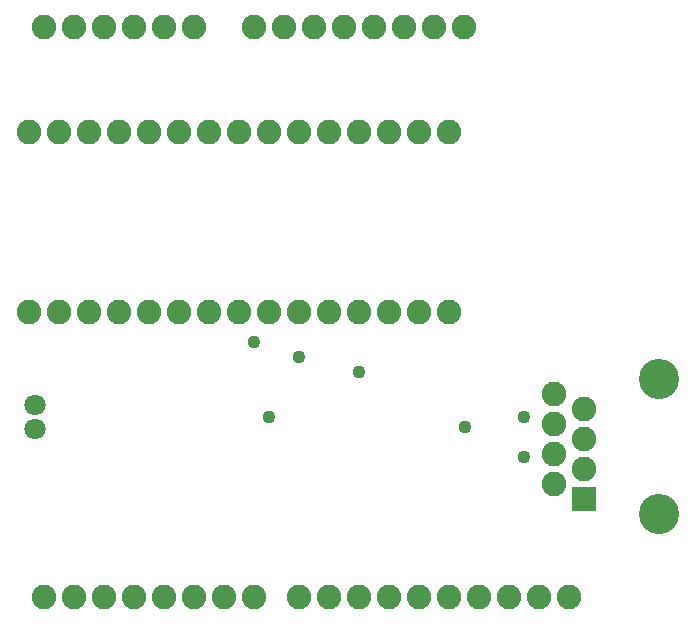
<source format=gbs>
G75*
%MOIN*%
%OFA0B0*%
%FSLAX25Y25*%
%IPPOS*%
%LPD*%
%AMOC8*
5,1,8,0,0,1.08239X$1,22.5*
%
%ADD10C,0.08200*%
%ADD11R,0.08200X0.08200*%
%ADD12C,0.13398*%
%ADD13C,0.07099*%
%ADD14C,0.04362*%
D10*
X0045000Y0045000D03*
X0055000Y0045000D03*
X0065000Y0045000D03*
X0075000Y0045000D03*
X0085000Y0045000D03*
X0095000Y0045000D03*
X0105000Y0045000D03*
X0115000Y0045000D03*
X0130000Y0045000D03*
X0140000Y0045000D03*
X0150000Y0045000D03*
X0160000Y0045000D03*
X0170000Y0045000D03*
X0180000Y0045000D03*
X0190000Y0045000D03*
X0200000Y0045000D03*
X0210000Y0045000D03*
X0220000Y0045000D03*
X0215000Y0082500D03*
X0225000Y0087500D03*
X0215000Y0092500D03*
X0225000Y0097500D03*
X0215000Y0102500D03*
X0225000Y0107500D03*
X0215000Y0112500D03*
X0180000Y0140000D03*
X0170000Y0140000D03*
X0160000Y0140000D03*
X0150000Y0140000D03*
X0140000Y0140000D03*
X0130000Y0140000D03*
X0120000Y0140000D03*
X0110000Y0140000D03*
X0100000Y0140000D03*
X0090000Y0140000D03*
X0080000Y0140000D03*
X0070000Y0140000D03*
X0060000Y0140000D03*
X0050000Y0140000D03*
X0040000Y0140000D03*
X0040000Y0200000D03*
X0050000Y0200000D03*
X0060000Y0200000D03*
X0070000Y0200000D03*
X0080000Y0200000D03*
X0090000Y0200000D03*
X0100000Y0200000D03*
X0110000Y0200000D03*
X0120000Y0200000D03*
X0130000Y0200000D03*
X0140000Y0200000D03*
X0150000Y0200000D03*
X0160000Y0200000D03*
X0170000Y0200000D03*
X0180000Y0200000D03*
X0175000Y0235000D03*
X0165000Y0235000D03*
X0155000Y0235000D03*
X0145000Y0235000D03*
X0135000Y0235000D03*
X0125000Y0235000D03*
X0115000Y0235000D03*
X0095000Y0235000D03*
X0085000Y0235000D03*
X0075000Y0235000D03*
X0065000Y0235000D03*
X0055000Y0235000D03*
X0045000Y0235000D03*
X0185000Y0235000D03*
D11*
X0225000Y0077500D03*
D12*
X0250000Y0072500D03*
X0250000Y0117500D03*
D13*
X0042165Y0108937D03*
X0042165Y0101063D03*
D14*
X0115000Y0130000D03*
X0130000Y0125000D03*
X0150000Y0120000D03*
X0120000Y0105000D03*
X0185500Y0101500D03*
X0205000Y0105000D03*
X0205000Y0091500D03*
M02*

</source>
